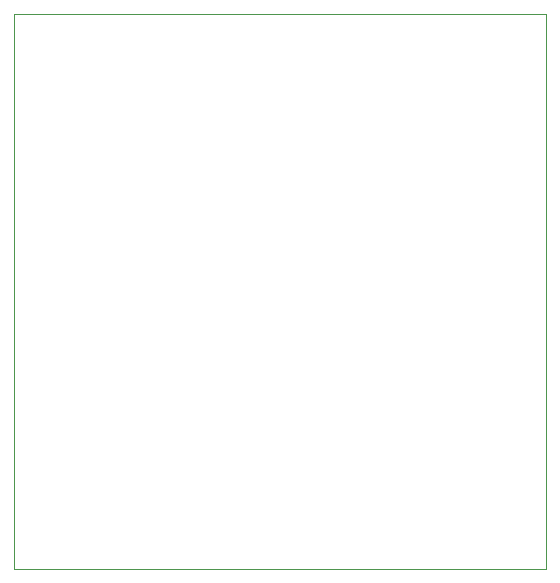
<source format=gbr>
%TF.GenerationSoftware,KiCad,Pcbnew,(5.1.7)-1*%
%TF.CreationDate,2021-01-12T16:04:50+01:00*%
%TF.ProjectId,TheDrut_2,54686544-7275-4745-9f32-2e6b69636164,rev?*%
%TF.SameCoordinates,Original*%
%TF.FileFunction,Profile,NP*%
%FSLAX46Y46*%
G04 Gerber Fmt 4.6, Leading zero omitted, Abs format (unit mm)*
G04 Created by KiCad (PCBNEW (5.1.7)-1) date 2021-01-12 16:04:50*
%MOMM*%
%LPD*%
G01*
G04 APERTURE LIST*
%TA.AperFunction,Profile*%
%ADD10C,0.050000*%
%TD*%
G04 APERTURE END LIST*
D10*
X81280000Y-71120000D02*
X81280000Y-24130000D01*
X126365000Y-71120000D02*
X81280000Y-71120000D01*
X126365000Y-24130000D02*
X126365000Y-71120000D01*
X81280000Y-24130000D02*
X126365000Y-24130000D01*
M02*

</source>
